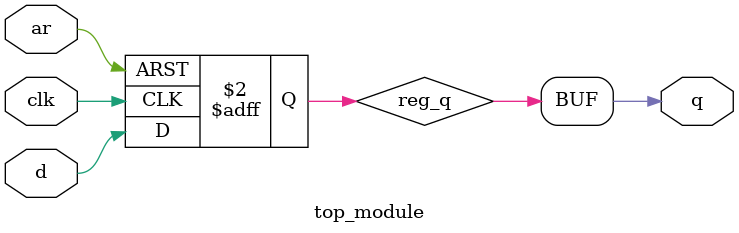
<source format=sv>
module top_module (
    input clk,
    input d, 
    input ar,   // asynchronous reset
    output q);
    
    reg reg_q;
    assign q = reg_q;
    always @(posedge clk or posedge ar) begin
        if(ar) begin
        	reg_q <= 1'b0;
        end
        else begin
        	reg_q <= d;
        end
        
	end

endmodule

</source>
